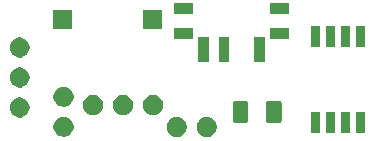
<source format=gbr>
G04 #@! TF.GenerationSoftware,KiCad,Pcbnew,5.0.2+dfsg1-1~bpo9+1*
G04 #@! TF.CreationDate,2019-09-09T18:37:33+01:00*
G04 #@! TF.ProjectId,smart_glasses_tv_b_gone,736d6172-745f-4676-9c61-737365735f74,rev?*
G04 #@! TF.SameCoordinates,Original*
G04 #@! TF.FileFunction,Soldermask,Top*
G04 #@! TF.FilePolarity,Negative*
%FSLAX46Y46*%
G04 Gerber Fmt 4.6, Leading zero omitted, Abs format (unit mm)*
G04 Created by KiCad (PCBNEW 5.0.2+dfsg1-1~bpo9+1) date Mon 09 Sep 2019 18:37:33 BST*
%MOMM*%
%LPD*%
G01*
G04 APERTURE LIST*
%ADD10C,0.100000*%
G04 APERTURE END LIST*
D10*
G36*
X127908628Y-81706303D02*
X128063500Y-81770453D01*
X128202881Y-81863585D01*
X128321415Y-81982119D01*
X128414547Y-82121500D01*
X128478697Y-82276372D01*
X128511400Y-82440784D01*
X128511400Y-82608416D01*
X128478697Y-82772828D01*
X128414547Y-82927700D01*
X128321415Y-83067081D01*
X128202881Y-83185615D01*
X128063500Y-83278747D01*
X127908628Y-83342897D01*
X127744216Y-83375600D01*
X127576584Y-83375600D01*
X127412172Y-83342897D01*
X127257300Y-83278747D01*
X127117919Y-83185615D01*
X126999385Y-83067081D01*
X126906253Y-82927700D01*
X126842103Y-82772828D01*
X126809400Y-82608416D01*
X126809400Y-82440784D01*
X126842103Y-82276372D01*
X126906253Y-82121500D01*
X126999385Y-81982119D01*
X127117919Y-81863585D01*
X127257300Y-81770453D01*
X127412172Y-81706303D01*
X127576584Y-81673600D01*
X127744216Y-81673600D01*
X127908628Y-81706303D01*
X127908628Y-81706303D01*
G37*
G36*
X125368628Y-81706303D02*
X125523500Y-81770453D01*
X125662881Y-81863585D01*
X125781415Y-81982119D01*
X125874547Y-82121500D01*
X125938697Y-82276372D01*
X125971400Y-82440784D01*
X125971400Y-82608416D01*
X125938697Y-82772828D01*
X125874547Y-82927700D01*
X125781415Y-83067081D01*
X125662881Y-83185615D01*
X125523500Y-83278747D01*
X125368628Y-83342897D01*
X125204216Y-83375600D01*
X125036584Y-83375600D01*
X124872172Y-83342897D01*
X124717300Y-83278747D01*
X124577919Y-83185615D01*
X124459385Y-83067081D01*
X124366253Y-82927700D01*
X124302103Y-82772828D01*
X124269400Y-82608416D01*
X124269400Y-82440784D01*
X124302103Y-82276372D01*
X124366253Y-82121500D01*
X124459385Y-81982119D01*
X124577919Y-81863585D01*
X124717300Y-81770453D01*
X124872172Y-81706303D01*
X125036584Y-81673600D01*
X125204216Y-81673600D01*
X125368628Y-81706303D01*
X125368628Y-81706303D01*
G37*
G36*
X115792828Y-81675823D02*
X115947700Y-81739973D01*
X116087081Y-81833105D01*
X116205615Y-81951639D01*
X116298747Y-82091020D01*
X116362897Y-82245892D01*
X116395600Y-82410304D01*
X116395600Y-82577936D01*
X116362897Y-82742348D01*
X116298747Y-82897220D01*
X116205615Y-83036601D01*
X116087081Y-83155135D01*
X115947700Y-83248267D01*
X115792828Y-83312417D01*
X115628416Y-83345120D01*
X115460784Y-83345120D01*
X115296372Y-83312417D01*
X115141500Y-83248267D01*
X115002119Y-83155135D01*
X114883585Y-83036601D01*
X114790453Y-82897220D01*
X114726303Y-82742348D01*
X114693600Y-82577936D01*
X114693600Y-82410304D01*
X114726303Y-82245892D01*
X114790453Y-82091020D01*
X114883585Y-81951639D01*
X115002119Y-81833105D01*
X115141500Y-81739973D01*
X115296372Y-81675823D01*
X115460784Y-81643120D01*
X115628416Y-81643120D01*
X115792828Y-81675823D01*
X115792828Y-81675823D01*
G37*
G36*
X141066600Y-83037000D02*
X140314600Y-83037000D01*
X140314600Y-81235000D01*
X141066600Y-81235000D01*
X141066600Y-83037000D01*
X141066600Y-83037000D01*
G37*
G36*
X139796600Y-83037000D02*
X139044600Y-83037000D01*
X139044600Y-81235000D01*
X139796600Y-81235000D01*
X139796600Y-83037000D01*
X139796600Y-83037000D01*
G37*
G36*
X138526600Y-83037000D02*
X137774600Y-83037000D01*
X137774600Y-81235000D01*
X138526600Y-81235000D01*
X138526600Y-83037000D01*
X138526600Y-83037000D01*
G37*
G36*
X137256600Y-83037000D02*
X136504600Y-83037000D01*
X136504600Y-81235000D01*
X137256600Y-81235000D01*
X137256600Y-83037000D01*
X137256600Y-83037000D01*
G37*
G36*
X133849204Y-80320247D02*
X133885745Y-80331332D01*
X133919420Y-80349331D01*
X133948941Y-80373559D01*
X133973169Y-80403080D01*
X133991168Y-80436755D01*
X134002253Y-80473296D01*
X134006600Y-80517438D01*
X134006600Y-81966362D01*
X134002253Y-82010504D01*
X133991168Y-82047045D01*
X133973169Y-82080720D01*
X133948941Y-82110241D01*
X133919420Y-82134469D01*
X133885745Y-82152468D01*
X133849204Y-82163553D01*
X133805062Y-82167900D01*
X132856138Y-82167900D01*
X132811996Y-82163553D01*
X132775455Y-82152468D01*
X132741780Y-82134469D01*
X132712259Y-82110241D01*
X132688031Y-82080720D01*
X132670032Y-82047045D01*
X132658947Y-82010504D01*
X132654600Y-81966362D01*
X132654600Y-80517438D01*
X132658947Y-80473296D01*
X132670032Y-80436755D01*
X132688031Y-80403080D01*
X132712259Y-80373559D01*
X132741780Y-80349331D01*
X132775455Y-80331332D01*
X132811996Y-80320247D01*
X132856138Y-80315900D01*
X133805062Y-80315900D01*
X133849204Y-80320247D01*
X133849204Y-80320247D01*
G37*
G36*
X131049204Y-80320247D02*
X131085745Y-80331332D01*
X131119420Y-80349331D01*
X131148941Y-80373559D01*
X131173169Y-80403080D01*
X131191168Y-80436755D01*
X131202253Y-80473296D01*
X131206600Y-80517438D01*
X131206600Y-81966362D01*
X131202253Y-82010504D01*
X131191168Y-82047045D01*
X131173169Y-82080720D01*
X131148941Y-82110241D01*
X131119420Y-82134469D01*
X131085745Y-82152468D01*
X131049204Y-82163553D01*
X131005062Y-82167900D01*
X130056138Y-82167900D01*
X130011996Y-82163553D01*
X129975455Y-82152468D01*
X129941780Y-82134469D01*
X129912259Y-82110241D01*
X129888031Y-82080720D01*
X129870032Y-82047045D01*
X129858947Y-82010504D01*
X129854600Y-81966362D01*
X129854600Y-80517438D01*
X129858947Y-80473296D01*
X129870032Y-80436755D01*
X129888031Y-80403080D01*
X129912259Y-80373559D01*
X129941780Y-80349331D01*
X129975455Y-80331332D01*
X130011996Y-80320247D01*
X130056138Y-80315900D01*
X131005062Y-80315900D01*
X131049204Y-80320247D01*
X131049204Y-80320247D01*
G37*
G36*
X112071728Y-80055303D02*
X112226600Y-80119453D01*
X112365981Y-80212585D01*
X112484515Y-80331119D01*
X112577647Y-80470500D01*
X112641797Y-80625372D01*
X112674500Y-80789784D01*
X112674500Y-80957416D01*
X112641797Y-81121828D01*
X112577647Y-81276700D01*
X112484515Y-81416081D01*
X112365981Y-81534615D01*
X112226600Y-81627747D01*
X112071728Y-81691897D01*
X111907316Y-81724600D01*
X111739684Y-81724600D01*
X111575272Y-81691897D01*
X111420400Y-81627747D01*
X111281019Y-81534615D01*
X111162485Y-81416081D01*
X111069353Y-81276700D01*
X111005203Y-81121828D01*
X110972500Y-80957416D01*
X110972500Y-80789784D01*
X111005203Y-80625372D01*
X111069353Y-80470500D01*
X111162485Y-80331119D01*
X111281019Y-80212585D01*
X111420400Y-80119453D01*
X111575272Y-80055303D01*
X111739684Y-80022600D01*
X111907316Y-80022600D01*
X112071728Y-80055303D01*
X112071728Y-80055303D01*
G37*
G36*
X118282028Y-79839403D02*
X118436900Y-79903553D01*
X118576281Y-79996685D01*
X118694815Y-80115219D01*
X118787947Y-80254600D01*
X118852097Y-80409472D01*
X118884800Y-80573884D01*
X118884800Y-80741516D01*
X118852097Y-80905928D01*
X118787947Y-81060800D01*
X118694815Y-81200181D01*
X118576281Y-81318715D01*
X118436900Y-81411847D01*
X118282028Y-81475997D01*
X118117616Y-81508700D01*
X117949984Y-81508700D01*
X117785572Y-81475997D01*
X117630700Y-81411847D01*
X117491319Y-81318715D01*
X117372785Y-81200181D01*
X117279653Y-81060800D01*
X117215503Y-80905928D01*
X117182800Y-80741516D01*
X117182800Y-80573884D01*
X117215503Y-80409472D01*
X117279653Y-80254600D01*
X117372785Y-80115219D01*
X117491319Y-79996685D01*
X117630700Y-79903553D01*
X117785572Y-79839403D01*
X117949984Y-79806700D01*
X118117616Y-79806700D01*
X118282028Y-79839403D01*
X118282028Y-79839403D01*
G37*
G36*
X123362028Y-79839403D02*
X123516900Y-79903553D01*
X123656281Y-79996685D01*
X123774815Y-80115219D01*
X123867947Y-80254600D01*
X123932097Y-80409472D01*
X123964800Y-80573884D01*
X123964800Y-80741516D01*
X123932097Y-80905928D01*
X123867947Y-81060800D01*
X123774815Y-81200181D01*
X123656281Y-81318715D01*
X123516900Y-81411847D01*
X123362028Y-81475997D01*
X123197616Y-81508700D01*
X123029984Y-81508700D01*
X122865572Y-81475997D01*
X122710700Y-81411847D01*
X122571319Y-81318715D01*
X122452785Y-81200181D01*
X122359653Y-81060800D01*
X122295503Y-80905928D01*
X122262800Y-80741516D01*
X122262800Y-80573884D01*
X122295503Y-80409472D01*
X122359653Y-80254600D01*
X122452785Y-80115219D01*
X122571319Y-79996685D01*
X122710700Y-79903553D01*
X122865572Y-79839403D01*
X123029984Y-79806700D01*
X123197616Y-79806700D01*
X123362028Y-79839403D01*
X123362028Y-79839403D01*
G37*
G36*
X120822028Y-79839403D02*
X120976900Y-79903553D01*
X121116281Y-79996685D01*
X121234815Y-80115219D01*
X121327947Y-80254600D01*
X121392097Y-80409472D01*
X121424800Y-80573884D01*
X121424800Y-80741516D01*
X121392097Y-80905928D01*
X121327947Y-81060800D01*
X121234815Y-81200181D01*
X121116281Y-81318715D01*
X120976900Y-81411847D01*
X120822028Y-81475997D01*
X120657616Y-81508700D01*
X120489984Y-81508700D01*
X120325572Y-81475997D01*
X120170700Y-81411847D01*
X120031319Y-81318715D01*
X119912785Y-81200181D01*
X119819653Y-81060800D01*
X119755503Y-80905928D01*
X119722800Y-80741516D01*
X119722800Y-80573884D01*
X119755503Y-80409472D01*
X119819653Y-80254600D01*
X119912785Y-80115219D01*
X120031319Y-79996685D01*
X120170700Y-79903553D01*
X120325572Y-79839403D01*
X120489984Y-79806700D01*
X120657616Y-79806700D01*
X120822028Y-79839403D01*
X120822028Y-79839403D01*
G37*
G36*
X115792828Y-79140903D02*
X115947700Y-79205053D01*
X116087081Y-79298185D01*
X116205615Y-79416719D01*
X116298747Y-79556100D01*
X116362897Y-79710972D01*
X116395600Y-79875384D01*
X116395600Y-80043016D01*
X116362897Y-80207428D01*
X116298747Y-80362300D01*
X116205615Y-80501681D01*
X116087081Y-80620215D01*
X115947700Y-80713347D01*
X115792828Y-80777497D01*
X115628416Y-80810200D01*
X115460784Y-80810200D01*
X115296372Y-80777497D01*
X115141500Y-80713347D01*
X115002119Y-80620215D01*
X114883585Y-80501681D01*
X114790453Y-80362300D01*
X114726303Y-80207428D01*
X114693600Y-80043016D01*
X114693600Y-79875384D01*
X114726303Y-79710972D01*
X114790453Y-79556100D01*
X114883585Y-79416719D01*
X115002119Y-79298185D01*
X115141500Y-79205053D01*
X115296372Y-79140903D01*
X115460784Y-79108200D01*
X115628416Y-79108200D01*
X115792828Y-79140903D01*
X115792828Y-79140903D01*
G37*
G36*
X112071728Y-77515303D02*
X112226600Y-77579453D01*
X112365981Y-77672585D01*
X112484515Y-77791119D01*
X112577647Y-77930500D01*
X112641797Y-78085372D01*
X112674500Y-78249784D01*
X112674500Y-78417416D01*
X112641797Y-78581828D01*
X112577647Y-78736700D01*
X112484515Y-78876081D01*
X112365981Y-78994615D01*
X112226600Y-79087747D01*
X112071728Y-79151897D01*
X111907316Y-79184600D01*
X111739684Y-79184600D01*
X111575272Y-79151897D01*
X111420400Y-79087747D01*
X111281019Y-78994615D01*
X111162485Y-78876081D01*
X111069353Y-78736700D01*
X111005203Y-78581828D01*
X110972500Y-78417416D01*
X110972500Y-78249784D01*
X111005203Y-78085372D01*
X111069353Y-77930500D01*
X111162485Y-77791119D01*
X111281019Y-77672585D01*
X111420400Y-77579453D01*
X111575272Y-77515303D01*
X111739684Y-77482600D01*
X111907316Y-77482600D01*
X112071728Y-77515303D01*
X112071728Y-77515303D01*
G37*
G36*
X127870100Y-76997000D02*
X126968100Y-76997000D01*
X126968100Y-74895000D01*
X127870100Y-74895000D01*
X127870100Y-76997000D01*
X127870100Y-76997000D01*
G37*
G36*
X129571900Y-76997000D02*
X128669900Y-76997000D01*
X128669900Y-74895000D01*
X129571900Y-74895000D01*
X129571900Y-76997000D01*
X129571900Y-76997000D01*
G37*
G36*
X132581800Y-76997000D02*
X131679800Y-76997000D01*
X131679800Y-74895000D01*
X132581800Y-74895000D01*
X132581800Y-76997000D01*
X132581800Y-76997000D01*
G37*
G36*
X112071728Y-74975303D02*
X112226600Y-75039453D01*
X112365981Y-75132585D01*
X112484515Y-75251119D01*
X112577647Y-75390500D01*
X112641797Y-75545372D01*
X112674500Y-75709784D01*
X112674500Y-75877416D01*
X112641797Y-76041828D01*
X112577647Y-76196700D01*
X112484515Y-76336081D01*
X112365981Y-76454615D01*
X112226600Y-76547747D01*
X112071728Y-76611897D01*
X111907316Y-76644600D01*
X111739684Y-76644600D01*
X111575272Y-76611897D01*
X111420400Y-76547747D01*
X111281019Y-76454615D01*
X111162485Y-76336081D01*
X111069353Y-76196700D01*
X111005203Y-76041828D01*
X110972500Y-75877416D01*
X110972500Y-75709784D01*
X111005203Y-75545372D01*
X111069353Y-75390500D01*
X111162485Y-75251119D01*
X111281019Y-75132585D01*
X111420400Y-75039453D01*
X111575272Y-74975303D01*
X111739684Y-74942600D01*
X111907316Y-74942600D01*
X112071728Y-74975303D01*
X112071728Y-74975303D01*
G37*
G36*
X138526600Y-75737000D02*
X137774600Y-75737000D01*
X137774600Y-73935000D01*
X138526600Y-73935000D01*
X138526600Y-75737000D01*
X138526600Y-75737000D01*
G37*
G36*
X141066600Y-75737000D02*
X140314600Y-75737000D01*
X140314600Y-73935000D01*
X141066600Y-73935000D01*
X141066600Y-75737000D01*
X141066600Y-75737000D01*
G37*
G36*
X139796600Y-75737000D02*
X139044600Y-75737000D01*
X139044600Y-73935000D01*
X139796600Y-73935000D01*
X139796600Y-75737000D01*
X139796600Y-75737000D01*
G37*
G36*
X137256600Y-75737000D02*
X136504600Y-75737000D01*
X136504600Y-73935000D01*
X137256600Y-73935000D01*
X137256600Y-75737000D01*
X137256600Y-75737000D01*
G37*
G36*
X134659000Y-75076200D02*
X133057000Y-75076200D01*
X133057000Y-74174200D01*
X134659000Y-74174200D01*
X134659000Y-75076200D01*
X134659000Y-75076200D01*
G37*
G36*
X126492900Y-75063500D02*
X124890900Y-75063500D01*
X124890900Y-74161500D01*
X126492900Y-74161500D01*
X126492900Y-75063500D01*
X126492900Y-75063500D01*
G37*
G36*
X116294100Y-74206300D02*
X114668100Y-74206300D01*
X114668100Y-72580300D01*
X116294100Y-72580300D01*
X116294100Y-74206300D01*
X116294100Y-74206300D01*
G37*
G36*
X123914100Y-74206300D02*
X122288100Y-74206300D01*
X122288100Y-72580300D01*
X123914100Y-72580300D01*
X123914100Y-74206300D01*
X123914100Y-74206300D01*
G37*
G36*
X126505600Y-72955300D02*
X124903600Y-72955300D01*
X124903600Y-72053300D01*
X126505600Y-72053300D01*
X126505600Y-72955300D01*
X126505600Y-72955300D01*
G37*
G36*
X134659000Y-72955300D02*
X133057000Y-72955300D01*
X133057000Y-72053300D01*
X134659000Y-72053300D01*
X134659000Y-72955300D01*
X134659000Y-72955300D01*
G37*
M02*

</source>
